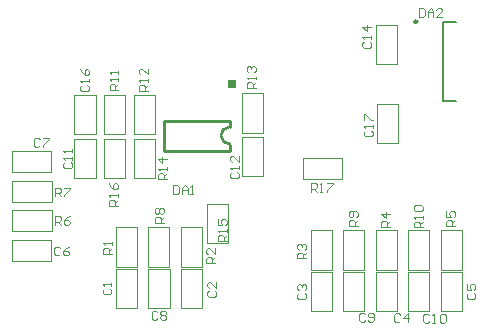
<source format=gto>
G04 Layer_Color=65535*
%FSLAX24Y24*%
%MOIN*%
G70*
G01*
G75*
%ADD10C,0.0079*%
%ADD34C,0.0100*%
%ADD35C,0.0098*%
%ADD36C,0.0039*%
G36*
X84752Y55618D02*
X84502D01*
Y55868D01*
X84752D01*
Y55618D01*
D02*
G37*
D10*
X91644Y55177D02*
X92077D01*
X91644Y57815D02*
X92077D01*
X91644Y55177D02*
Y57815D01*
D34*
X84531Y54299D02*
G03*
X84551Y53741I0J-280D01*
G01*
X84552Y54318D02*
Y54518D01*
Y53518D02*
Y53718D01*
X82352Y54518D02*
X84552D01*
X82352Y53518D02*
X84552D01*
X82352D02*
Y54518D01*
D35*
X90797Y57815D02*
G03*
X90797Y57815I-49J0D01*
G01*
D36*
X80079Y54075D02*
Y55374D01*
X79370Y54075D02*
Y55374D01*
X80079D01*
X79370Y54075D02*
X80079D01*
X82539Y48268D02*
Y49567D01*
X81831Y48268D02*
Y49567D01*
X82539D01*
X81831Y48268D02*
X82539D01*
X83622D02*
Y49567D01*
X82913Y48268D02*
Y49567D01*
X83622D01*
X82913Y48268D02*
X83622D01*
X81835Y49638D02*
Y50953D01*
X82535Y49638D02*
Y50953D01*
X81835D02*
X82535D01*
X81835Y49638D02*
X82535D01*
X82917D02*
Y50953D01*
X83618Y49638D02*
Y50953D01*
X82917D02*
X83618D01*
X82917Y49638D02*
X83618D01*
X81343Y52591D02*
Y53906D01*
X82043Y52591D02*
Y53906D01*
X81343D02*
X82043D01*
X81343Y52591D02*
X82043D01*
Y54067D02*
Y55382D01*
X81343Y54067D02*
Y55382D01*
Y54067D02*
X82043D01*
X81343Y55382D02*
X82043D01*
X84961Y52677D02*
Y53976D01*
X85669Y52677D02*
Y53976D01*
X84961Y52677D02*
X85669D01*
X84961Y53976D02*
X85669D01*
X84965Y54106D02*
Y55421D01*
X85665Y54106D02*
Y55421D01*
X84965D02*
X85665D01*
X84965Y54106D02*
X85665D01*
X87248Y49539D02*
Y50854D01*
X87949Y49539D02*
Y50854D01*
X87248D02*
X87949D01*
X87248Y49539D02*
X87949D01*
X88331D02*
Y50854D01*
X89031Y49539D02*
Y50854D01*
X88331D02*
X89031D01*
X88331Y49539D02*
X89031D01*
X87953Y48169D02*
Y49468D01*
X87244Y48169D02*
Y49468D01*
X87953D01*
X87244Y48169D02*
X87953D01*
X89035D02*
Y49468D01*
X88327Y48169D02*
Y49468D01*
X89035D01*
X88327Y48169D02*
X89035D01*
X90496Y49539D02*
Y50854D01*
X91197Y49539D02*
Y50854D01*
X90496D02*
X91197D01*
X90496Y49539D02*
X91197D01*
X91579D02*
Y50854D01*
X92280Y49539D02*
Y50854D01*
X91579D02*
X92280D01*
X91579Y49539D02*
X92280D01*
X91201Y48169D02*
Y49468D01*
X90492Y48169D02*
Y49468D01*
X91201D01*
X90492Y48169D02*
X91201D01*
X92283D02*
Y49468D01*
X91575Y48169D02*
Y49468D01*
X92283D01*
X91575Y48169D02*
X92283D01*
X79370Y52598D02*
Y53898D01*
X80079Y52598D02*
Y53898D01*
X79370Y52598D02*
X80079D01*
X79370Y53898D02*
X80079D01*
X81457Y48268D02*
Y49567D01*
X80748Y48268D02*
Y49567D01*
X81457D01*
X80748Y48268D02*
X81457D01*
X80752Y49638D02*
Y50953D01*
X81453Y49638D02*
Y50953D01*
X80752D02*
X81453D01*
X80752Y49638D02*
X81453D01*
X77303Y49843D02*
X78602D01*
X77303Y50551D02*
X78602D01*
Y49843D02*
Y50551D01*
X77303Y49843D02*
Y50551D01*
Y52795D02*
X78602D01*
X77303Y53504D02*
X78602D01*
Y52795D02*
Y53504D01*
X77303Y52795D02*
Y53504D01*
X77295Y51815D02*
X78610D01*
X77295Y52516D02*
X78610D01*
X77295Y51815D02*
Y52516D01*
X78610Y51815D02*
Y52516D01*
X81059Y52591D02*
Y53906D01*
X80358Y52591D02*
Y53906D01*
Y52591D02*
X81059D01*
X80358Y53906D02*
X81059D01*
X80358Y54067D02*
Y55382D01*
X81059Y54067D02*
Y55382D01*
X80358D02*
X81059D01*
X80358Y54067D02*
X81059D01*
X89413Y49539D02*
Y50854D01*
X90114Y49539D02*
Y50854D01*
X89413D02*
X90114D01*
X89413Y49539D02*
X90114D01*
X90118Y48169D02*
Y49468D01*
X89409Y48169D02*
Y49468D01*
X90118D01*
X89409Y48169D02*
X90118D01*
X86980Y53264D02*
X88295D01*
X86980Y52563D02*
X88295D01*
Y53264D01*
X86980Y52563D02*
Y53264D01*
X83803Y50425D02*
Y51740D01*
X84504Y50425D02*
Y51740D01*
X83803D02*
X84504D01*
X83803Y50425D02*
X84504D01*
X77295Y50831D02*
X78610D01*
X77295Y51532D02*
X78610D01*
X77295Y50831D02*
Y51532D01*
X78610Y50831D02*
Y51532D01*
X90138Y56398D02*
Y57697D01*
X89429Y56398D02*
Y57697D01*
X90138D01*
X89429Y56398D02*
X90138D01*
X89449Y53760D02*
Y55059D01*
X90157Y53760D02*
Y55059D01*
X89449Y53760D02*
X90157D01*
X89449Y55059D02*
X90157D01*
X79606Y55689D02*
X79557Y55640D01*
Y55541D01*
X79606Y55492D01*
X79803D01*
X79852Y55541D01*
Y55640D01*
X79803Y55689D01*
X79852Y55787D02*
Y55886D01*
Y55837D01*
X79557D01*
X79606Y55787D01*
X79557Y56230D02*
X79606Y56132D01*
X79705Y56033D01*
X79803D01*
X79852Y56082D01*
Y56181D01*
X79803Y56230D01*
X79754D01*
X79705Y56181D01*
Y56033D01*
X82136Y48120D02*
X82087Y48169D01*
X81988D01*
X81939Y48120D01*
Y47923D01*
X81988Y47874D01*
X82087D01*
X82136Y47923D01*
X82234Y48120D02*
X82283Y48169D01*
X82382D01*
X82431Y48120D01*
Y48071D01*
X82382Y48022D01*
X82431Y47972D01*
Y47923D01*
X82382Y47874D01*
X82283D01*
X82234Y47923D01*
Y47972D01*
X82283Y48022D01*
X82234Y48071D01*
Y48120D01*
X82283Y48022D02*
X82382D01*
X83848Y48839D02*
X83799Y48789D01*
Y48691D01*
X83848Y48642D01*
X84045D01*
X84094Y48691D01*
Y48789D01*
X84045Y48839D01*
X84094Y49134D02*
Y48937D01*
X83898Y49134D01*
X83848D01*
X83799Y49085D01*
Y48986D01*
X83848Y48937D01*
X82343Y51112D02*
X82047D01*
Y51260D01*
X82097Y51309D01*
X82195D01*
X82244Y51260D01*
Y51112D01*
Y51211D02*
X82343Y51309D01*
X82097Y51407D02*
X82047Y51457D01*
Y51555D01*
X82097Y51604D01*
X82146D01*
X82195Y51555D01*
X82244Y51604D01*
X82293D01*
X82343Y51555D01*
Y51457D01*
X82293Y51407D01*
X82244D01*
X82195Y51457D01*
X82146Y51407D01*
X82097D01*
X82195Y51457D02*
Y51555D01*
X84065Y49764D02*
X83770D01*
Y49911D01*
X83819Y49961D01*
X83917D01*
X83967Y49911D01*
Y49764D01*
Y49862D02*
X84065Y49961D01*
Y50256D02*
Y50059D01*
X83868Y50256D01*
X83819D01*
X83770Y50207D01*
Y50108D01*
X83819Y50059D01*
X82451Y52559D02*
X82156D01*
Y52707D01*
X82205Y52756D01*
X82303D01*
X82352Y52707D01*
Y52559D01*
Y52657D02*
X82451Y52756D01*
Y52854D02*
Y52953D01*
Y52903D01*
X82156D01*
X82205Y52854D01*
X82451Y53248D02*
X82156D01*
X82303Y53100D01*
Y53297D01*
X81811Y55512D02*
X81516D01*
Y55659D01*
X81565Y55709D01*
X81663D01*
X81713Y55659D01*
Y55512D01*
Y55610D02*
X81811Y55709D01*
Y55807D02*
Y55905D01*
Y55856D01*
X81516D01*
X81565Y55807D01*
X81811Y56250D02*
Y56053D01*
X81614Y56250D01*
X81565D01*
X81516Y56201D01*
Y56102D01*
X81565Y56053D01*
X84606Y52795D02*
X84557Y52746D01*
Y52648D01*
X84606Y52598D01*
X84803D01*
X84852Y52648D01*
Y52746D01*
X84803Y52795D01*
X84852Y52894D02*
Y52992D01*
Y52943D01*
X84557D01*
X84606Y52894D01*
X84852Y53336D02*
Y53140D01*
X84656Y53336D01*
X84606D01*
X84557Y53287D01*
Y53189D01*
X84606Y53140D01*
X85413Y55591D02*
X85118D01*
Y55738D01*
X85167Y55787D01*
X85266D01*
X85315Y55738D01*
Y55591D01*
Y55689D02*
X85413Y55787D01*
Y55886D02*
Y55984D01*
Y55935D01*
X85118D01*
X85167Y55886D01*
Y56132D02*
X85118Y56181D01*
Y56279D01*
X85167Y56329D01*
X85217D01*
X85266Y56279D01*
Y56230D01*
Y56279D01*
X85315Y56329D01*
X85364D01*
X85413Y56279D01*
Y56181D01*
X85364Y56132D01*
X87096Y49921D02*
X86801D01*
Y50069D01*
X86850Y50118D01*
X86949D01*
X86998Y50069D01*
Y49921D01*
Y50020D02*
X87096Y50118D01*
X86850Y50216D02*
X86801Y50266D01*
Y50364D01*
X86850Y50413D01*
X86900D01*
X86949Y50364D01*
Y50315D01*
Y50364D01*
X86998Y50413D01*
X87047D01*
X87096Y50364D01*
Y50266D01*
X87047Y50216D01*
X88809Y50994D02*
X88514D01*
Y51142D01*
X88563Y51191D01*
X88661D01*
X88711Y51142D01*
Y50994D01*
Y51092D02*
X88809Y51191D01*
X88760Y51289D02*
X88809Y51338D01*
Y51437D01*
X88760Y51486D01*
X88563D01*
X88514Y51437D01*
Y51338D01*
X88563Y51289D01*
X88612D01*
X88661Y51338D01*
Y51486D01*
X86850Y48760D02*
X86801Y48711D01*
Y48612D01*
X86850Y48563D01*
X87047D01*
X87096Y48612D01*
Y48711D01*
X87047Y48760D01*
X86850Y48858D02*
X86801Y48907D01*
Y49006D01*
X86850Y49055D01*
X86900D01*
X86949Y49006D01*
Y48957D01*
Y49006D01*
X86998Y49055D01*
X87047D01*
X87096Y49006D01*
Y48907D01*
X87047Y48858D01*
X89055Y48061D02*
X89006Y48110D01*
X88907D01*
X88858Y48061D01*
Y47864D01*
X88907Y47815D01*
X89006D01*
X89055Y47864D01*
X89153D02*
X89203Y47815D01*
X89301D01*
X89350Y47864D01*
Y48061D01*
X89301Y48110D01*
X89203D01*
X89153Y48061D01*
Y48012D01*
X89203Y47963D01*
X89350D01*
X90984Y50955D02*
X90689D01*
Y51102D01*
X90738Y51152D01*
X90837D01*
X90886Y51102D01*
Y50955D01*
Y51053D02*
X90984Y51152D01*
Y51250D02*
Y51348D01*
Y51299D01*
X90689D01*
X90738Y51250D01*
Y51496D02*
X90689Y51545D01*
Y51643D01*
X90738Y51693D01*
X90935D01*
X90984Y51643D01*
Y51545D01*
X90935Y51496D01*
X90738D01*
X92057Y51004D02*
X91762D01*
Y51152D01*
X91811Y51201D01*
X91910D01*
X91959Y51152D01*
Y51004D01*
Y51102D02*
X92057Y51201D01*
X91762Y51496D02*
Y51299D01*
X91910D01*
X91860Y51398D01*
Y51447D01*
X91910Y51496D01*
X92008D01*
X92057Y51447D01*
Y51348D01*
X92008Y51299D01*
X91201Y48031D02*
X91152Y48081D01*
X91053D01*
X91004Y48031D01*
Y47835D01*
X91053Y47785D01*
X91152D01*
X91201Y47835D01*
X91299Y47785D02*
X91398D01*
X91348D01*
Y48081D01*
X91299Y48031D01*
X91545D02*
X91594Y48081D01*
X91693D01*
X91742Y48031D01*
Y47835D01*
X91693Y47785D01*
X91594D01*
X91545Y47835D01*
Y48031D01*
X92490Y48779D02*
X92441Y48730D01*
Y48632D01*
X92490Y48583D01*
X92687D01*
X92736Y48632D01*
Y48730D01*
X92687Y48779D01*
X92441Y49075D02*
Y48878D01*
X92589D01*
X92539Y48976D01*
Y49025D01*
X92589Y49075D01*
X92687D01*
X92736Y49025D01*
Y48927D01*
X92687Y48878D01*
X79045Y53120D02*
X78996Y53071D01*
Y52972D01*
X79045Y52923D01*
X79242D01*
X79291Y52972D01*
Y53071D01*
X79242Y53120D01*
X79291Y53218D02*
Y53317D01*
Y53268D01*
X78996D01*
X79045Y53218D01*
X79291Y53464D02*
Y53563D01*
Y53514D01*
X78996D01*
X79045Y53464D01*
X80354Y48917D02*
X80305Y48868D01*
Y48770D01*
X80354Y48720D01*
X80551D01*
X80600Y48770D01*
Y48868D01*
X80551Y48917D01*
X80600Y49016D02*
Y49114D01*
Y49065D01*
X80305D01*
X80354Y49016D01*
X80630Y50079D02*
X80335D01*
Y50226D01*
X80384Y50276D01*
X80482D01*
X80532Y50226D01*
Y50079D01*
Y50177D02*
X80630Y50276D01*
Y50374D02*
Y50472D01*
Y50423D01*
X80335D01*
X80384Y50374D01*
X78898Y50266D02*
X78848Y50315D01*
X78750D01*
X78701Y50266D01*
Y50069D01*
X78750Y50020D01*
X78848D01*
X78898Y50069D01*
X79193Y50315D02*
X79094Y50266D01*
X78996Y50167D01*
Y50069D01*
X79045Y50020D01*
X79144D01*
X79193Y50069D01*
Y50118D01*
X79144Y50167D01*
X78996D01*
X78218Y53888D02*
X78169Y53937D01*
X78071D01*
X78022Y53888D01*
Y53691D01*
X78071Y53642D01*
X78169D01*
X78218Y53691D01*
X78317Y53937D02*
X78514D01*
Y53888D01*
X78317Y53691D01*
Y53642D01*
X78720Y51988D02*
Y52283D01*
X78868D01*
X78917Y52234D01*
Y52136D01*
X78868Y52087D01*
X78720D01*
X78819D02*
X78917Y51988D01*
X79016Y52283D02*
X79212D01*
Y52234D01*
X79016Y52037D01*
Y51988D01*
X80817Y51683D02*
X80522D01*
Y51831D01*
X80571Y51880D01*
X80669D01*
X80719Y51831D01*
Y51683D01*
Y51781D02*
X80817Y51880D01*
Y51978D02*
Y52077D01*
Y52027D01*
X80522D01*
X80571Y51978D01*
X80522Y52421D02*
X80571Y52323D01*
X80669Y52224D01*
X80768D01*
X80817Y52273D01*
Y52372D01*
X80768Y52421D01*
X80719D01*
X80669Y52372D01*
Y52224D01*
X80837Y55541D02*
X80541D01*
Y55689D01*
X80591Y55738D01*
X80689D01*
X80738Y55689D01*
Y55541D01*
Y55640D02*
X80837Y55738D01*
Y55837D02*
Y55935D01*
Y55886D01*
X80541D01*
X80591Y55837D01*
X80837Y56083D02*
Y56181D01*
Y56132D01*
X80541D01*
X80591Y56083D01*
X89892Y50974D02*
X89597D01*
Y51122D01*
X89646Y51171D01*
X89744D01*
X89793Y51122D01*
Y50974D01*
Y51073D02*
X89892Y51171D01*
Y51417D02*
X89597D01*
X89744Y51270D01*
Y51466D01*
X90226Y48041D02*
X90177Y48090D01*
X90079D01*
X90030Y48041D01*
Y47844D01*
X90079Y47795D01*
X90177D01*
X90226Y47844D01*
X90472Y47795D02*
Y48090D01*
X90325Y47943D01*
X90521D01*
X87244Y52146D02*
Y52441D01*
X87392D01*
X87441Y52392D01*
Y52293D01*
X87392Y52244D01*
X87244D01*
X87342D02*
X87441Y52146D01*
X87539D02*
X87638D01*
X87588D01*
Y52441D01*
X87539Y52392D01*
X87785Y52441D02*
X87982D01*
Y52392D01*
X87785Y52195D01*
Y52146D01*
X84449Y50492D02*
X84154D01*
Y50640D01*
X84203Y50689D01*
X84301D01*
X84350Y50640D01*
Y50492D01*
Y50591D02*
X84449Y50689D01*
Y50787D02*
Y50886D01*
Y50837D01*
X84154D01*
X84203Y50787D01*
X84154Y51230D02*
Y51033D01*
X84301D01*
X84252Y51132D01*
Y51181D01*
X84301Y51230D01*
X84400D01*
X84449Y51181D01*
Y51082D01*
X84400Y51033D01*
X78720Y51043D02*
Y51338D01*
X78868D01*
X78917Y51289D01*
Y51191D01*
X78868Y51142D01*
X78720D01*
X78819D02*
X78917Y51043D01*
X79212Y51338D02*
X79114Y51289D01*
X79016Y51191D01*
Y51093D01*
X79065Y51043D01*
X79163D01*
X79212Y51093D01*
Y51142D01*
X79163Y51191D01*
X79016D01*
X82648Y52362D02*
Y52067D01*
X82795D01*
X82844Y52116D01*
Y52313D01*
X82795Y52362D01*
X82648D01*
X82943Y52067D02*
Y52264D01*
X83041Y52362D01*
X83140Y52264D01*
Y52067D01*
Y52215D01*
X82943D01*
X83238Y52067D02*
X83336D01*
X83287D01*
Y52362D01*
X83238Y52313D01*
X89016Y57146D02*
X88967Y57096D01*
Y56998D01*
X89016Y56949D01*
X89213D01*
X89262Y56998D01*
Y57096D01*
X89213Y57146D01*
X89262Y57244D02*
Y57342D01*
Y57293D01*
X88967D01*
X89016Y57244D01*
X89262Y57638D02*
X88967D01*
X89114Y57490D01*
Y57687D01*
X89065Y54183D02*
X89016Y54134D01*
Y54035D01*
X89065Y53986D01*
X89262D01*
X89311Y54035D01*
Y54134D01*
X89262Y54183D01*
X89311Y54281D02*
Y54380D01*
Y54331D01*
X89016D01*
X89065Y54281D01*
X89016Y54527D02*
Y54724D01*
X89065D01*
X89262Y54527D01*
X89311D01*
X90846Y58268D02*
Y57972D01*
X90994D01*
X91043Y58022D01*
Y58218D01*
X90994Y58268D01*
X90846D01*
X91142Y57972D02*
Y58169D01*
X91240Y58268D01*
X91338Y58169D01*
Y57972D01*
Y58120D01*
X91142D01*
X91634Y57972D02*
X91437D01*
X91634Y58169D01*
Y58218D01*
X91584Y58268D01*
X91486D01*
X91437Y58218D01*
M02*

</source>
